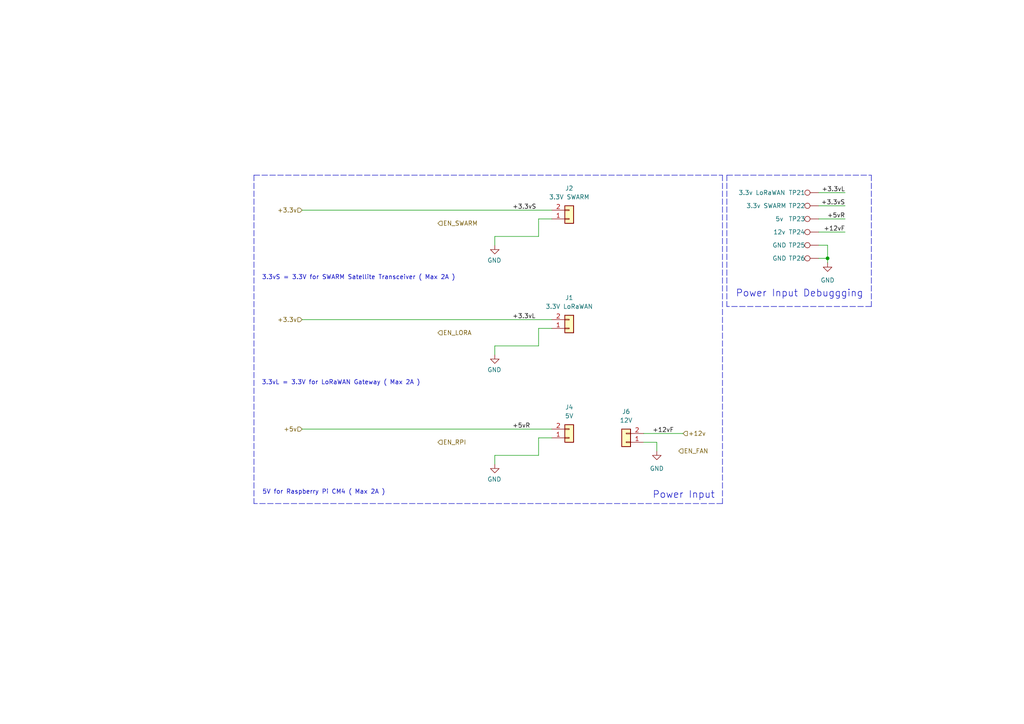
<source format=kicad_sch>
(kicad_sch (version 20211123) (generator eeschema)
  (paper "A4")
  (lib_symbols
    (symbol "Connector:TestPoint" (pin_numbers hide) (pin_names (offset 0.762) hide)
      (property "Reference" "TP" (at 0 6.858 0))
      (property "Value" "TestPoint" (at 0 5.08 0))
      (symbol "TestPoint_0_1"
        (circle (center 0 3.302) (radius 0.762))
      )
      (symbol "TestPoint_1_1"
        (pin passive line (at 0 0 90) (length 2.54) (name "1") (number "1"))
      )
    )
    (symbol "Connector_Generic:Conn_01x02" (pin_names (offset 1.016) hide)
      (property "Reference" "J" (at 0 2.54 0))
      (property "Value" "Conn_01x02" (at 0 -5.08 0))
      (symbol "Conn_01x02_1_1"
        (rectangle (start -1.27 -2.413) (end 0 -2.667) (stroke (width 0.1524)))
        (rectangle (start -1.27 0.127) (end 0 -0.127) (stroke (width 0.1524)))
        (rectangle (start -1.27 1.27) (end 1.27 -3.81) (stroke (width 0.254)) (fill (type background)))
        (pin passive line (at -5.08 0 0) (length 3.81) (name "Pin_1") (number "1"))
        (pin passive line (at -5.08 -2.54 0) (length 3.81) (name "Pin_2") (number "2"))
      )
    )
    (symbol "power:GND" (power) (pin_names (offset 0))
      (property "Value" "GND" (at 0 -3.81 0))
      (symbol "GND_0_1"
        (polyline (pts (xy 0 0) (xy 0 -1.27) (xy 1.27 -1.27) (xy 0 -2.54) (xy -1.27 -1.27) (xy 0 -1.27)))
      )
      (symbol "GND_1_1"
        (pin power_in line (at 0 0 270) (length 0) hide (name "GND") (number "1"))
      )
    )
  )
  (junction (at 240.03 74.93))
  (wire (pts (xy 237.49 59.69) (xy 245.11 59.69)))
  (wire (pts (xy 156.21 95.25) (xy 156.21 100.33)))
  (polyline (pts (xy 73.66 50.8) (xy 73.66 146.05)))
  (wire (pts (xy 160.02 60.96) (xy 87.63 60.96)))
  (wire (pts (xy 156.21 132.08) (xy 143.51 132.08)))
  (wire (pts (xy 160.02 124.46) (xy 87.63 124.46)))
  (polyline (pts (xy 73.66 50.8) (xy 209.55 50.8)))
  (wire (pts (xy 156.21 63.5) (xy 156.21 68.58)))
  (wire (pts (xy 240.03 74.93) (xy 240.03 76.2)))
  (wire (pts (xy 186.69 128.27) (xy 190.5 128.27)))
  (wire (pts (xy 240.03 71.12) (xy 240.03 74.93)))
  (wire (pts (xy 186.69 125.73) (xy 198.12 125.73)))
  (polyline (pts (xy 252.73 50.8) (xy 252.73 88.9)))
  (polyline (pts (xy 210.82 50.8) (xy 210.82 88.9)))
  (wire (pts (xy 143.51 68.58) (xy 143.51 71.12)))
  (wire (pts (xy 237.49 63.5) (xy 245.11 63.5)))
  (wire (pts (xy 237.49 71.12) (xy 240.03 71.12)))
  (wire (pts (xy 160.02 92.71) (xy 87.63 92.71)))
  (polyline (pts (xy 210.82 50.8) (xy 252.73 50.8)))
  (polyline (pts (xy 209.55 146.05) (xy 73.66 146.05)))
  (wire (pts (xy 160.02 127) (xy 156.21 127)))
  (polyline (pts (xy 252.73 88.9) (xy 210.82 88.9)))
  (wire (pts (xy 160.02 95.25) (xy 156.21 95.25)))
  (wire (pts (xy 237.49 67.31) (xy 245.11 67.31)))
  (wire (pts (xy 160.02 63.5) (xy 156.21 63.5)))
  (wire (pts (xy 237.49 74.93) (xy 240.03 74.93)))
  (wire (pts (xy 156.21 68.58) (xy 143.51 68.58)))
  (wire (pts (xy 143.51 132.08) (xy 143.51 134.62)))
  (wire (pts (xy 190.5 128.27) (xy 190.5 130.81)))
  (polyline (pts (xy 209.55 50.8) (xy 209.55 146.05)))
  (wire (pts (xy 156.21 127) (xy 156.21 132.08)))
  (wire (pts (xy 237.49 55.88) (xy 245.11 55.88)))
  (wire (pts (xy 143.51 100.33) (xy 143.51 102.87)))
  (wire (pts (xy 156.21 100.33) (xy 143.51 100.33)))
  (text "3.3vS = 3.3V for SWARM Satellite Transceiver ( Max 2A )" (at 132.08 81.28 180) (effects (font (size 1.27 1.27)) (justify right bottom)))
  (text "5V for Raspberry Pi CM4 ( Max 2A )" (at 111.76 143.51 180) (effects (font (size 1.27 1.27)) (justify right bottom)))
  (text "3.3vL = 3.3V for LoRaWAN Gateway ( Max 2A )" (at 121.92 111.76 180) (effects (font (size 1.27 1.27)) (justify right bottom)))
  (text "Power Input Debuggging" (at 213.36 86.36 0) (effects (font (size 2.0066 2.0066)) (justify left bottom)))
  (text "Power Input" (at 189.23 144.78 0) (effects (font (size 2.0066 2.0066)) (justify left bottom)))
  (label "+3.3vL" (at 245.11 55.88 180))
  (label "+12vF" (at 245.11 67.31 180))
  (label "+5vR" (at 148.59 124.46 0))
  (label "+3.3vS" (at 148.59 60.96 0))
  (label "+3.3vS" (at 245.11 59.69 180))
  (label "+12vF" (at 189.23 125.73 0))
  (label "+3.3vL" (at 148.59 92.71 0))
  (label "+5vR" (at 245.11 63.5 180))
  (hierarchical_label "+5v" (shape input) (at 87.63 124.46 180))
  (hierarchical_label "EN_FAN" (shape input) (at 196.85 130.81 0))
  (hierarchical_label "EN_RPI" (shape input) (at 127 128.27 0))
  (hierarchical_label "EN_LORA" (shape input) (at 127 96.52 0))
  (hierarchical_label "+3.3v" (shape input) (at 87.63 92.71 180))
  (hierarchical_label "+12v" (shape input) (at 198.12 125.73 0))
  (hierarchical_label "EN_SWARM" (shape input) (at 127 64.77 0))
  (hierarchical_label "+3.3v" (shape input) (at 87.63 60.96 180))
  (symbol (lib_id "power:GND") (at 190.5 130.81 0) (unit 1)
    (property "Reference" "#PWR0138" (effects hide))
    (property "Value" "GND" (at 190.5 135.89 0))
  )
  (symbol (lib_id "Connector_Generic:Conn_01x02") (at 165.1 127 0) (mirror x) (unit 1)
    (property "Reference" "J4" (at 165.1 118.11 0))
    (property "Value" "5V" (at 165.1 120.65 0))
    (property "Footprint" "Connector_Wire:SolderWire-0.5sqmm_1x02_P4.8mm_D0.9mm_OD2.3mm" (effects hide))
  )
  (symbol (lib_id "Connector:TestPoint") (at 237.49 55.88 90) (unit 1)
    (property "Reference" "TP21" (at 231.14 55.88 90))
    (property "Value" "3.3v LoRaWAN" (at 220.98 55.88 90))
    (property "Footprint" "TestPoint:TestPoint_Pad_D1.0mm" (effects hide))
  )
  (symbol (lib_id "Connector_Generic:Conn_01x02") (at 165.1 63.5 0) (mirror x) (unit 1)
    (property "Reference" "J2" (at 165.1 54.61 0))
    (property "Value" "3.3V SWARM" (at 165.1 57.15 0))
    (property "Footprint" "Connector_Wire:SolderWire-0.5sqmm_1x02_P4.8mm_D0.9mm_OD2.3mm" (effects hide))
  )
  (symbol (lib_id "Connector:TestPoint") (at 237.49 63.5 90) (unit 1)
    (property "Reference" "TP23" (at 231.14 63.5 90))
    (property "Value" "5v" (at 226.06 63.5 90))
    (property "Footprint" "TestPoint:TestPoint_Pad_D1.0mm" (effects hide))
  )
  (symbol (lib_id "Connector:TestPoint") (at 237.49 74.93 90) (unit 1)
    (property "Reference" "TP26" (at 231.14 74.93 90))
    (property "Value" "GND" (at 226.06 74.93 90))
    (property "Footprint" "TestPoint:TestPoint_Pad_D1.0mm" (effects hide))
  )
  (symbol (lib_id "Connector:TestPoint") (at 237.49 71.12 90) (unit 1)
    (property "Reference" "TP25" (at 231.14 71.12 90))
    (property "Value" "GND" (at 226.06 71.12 90))
    (property "Footprint" "TestPoint:TestPoint_Pad_D1.0mm" (effects hide))
  )
  (symbol (lib_id "Connector_Generic:Conn_01x02") (at 165.1 95.25 0) (mirror x) (unit 1)
    (property "Reference" "J1" (at 165.1 86.36 0))
    (property "Value" "3.3V LoRaWAN" (at 165.1 88.9 0))
    (property "Footprint" "Connector_Wire:SolderWire-0.5sqmm_1x02_P4.8mm_D0.9mm_OD2.3mm" (effects hide))
  )
  (symbol (lib_id "Connector:TestPoint") (at 237.49 59.69 90) (unit 1)
    (property "Reference" "TP22" (at 231.14 59.69 90))
    (property "Value" "3.3v SWARM" (at 222.25 59.69 90))
    (property "Footprint" "TestPoint:TestPoint_Pad_D1.0mm" (effects hide))
  )
  (symbol (lib_id "power:GND") (at 143.51 71.12 0) (mirror y) (unit 1)
    (property "Reference" "#PWR0137" (effects hide))
    (property "Value" "GND" (at 143.383 75.5142 0))
  )
  (symbol (lib_id "power:GND") (at 240.03 76.2 0) (unit 1)
    (property "Reference" "#PWR0136" (effects hide))
    (property "Value" "GND" (at 240.03 81.28 0))
  )
  (symbol (lib_id "power:GND") (at 143.51 102.87 0) (mirror y) (unit 1)
    (property "Reference" "#PWR0134" (effects hide))
    (property "Value" "GND" (at 143.383 107.2642 0))
  )
  (symbol (lib_id "Connector_Generic:Conn_01x02") (at 181.61 128.27 180) (unit 1)
    (property "Reference" "J6" (at 181.61 119.38 0))
    (property "Value" "12V" (at 181.61 121.92 0))
    (property "Footprint" "Connector_Wire:SolderWire-0.5sqmm_1x02_P4.8mm_D0.9mm_OD2.3mm" (effects hide))
  )
  (symbol (lib_id "Connector:TestPoint") (at 237.49 67.31 90) (unit 1)
    (property "Reference" "TP24" (at 231.14 67.31 90))
    (property "Value" "12v" (at 226.06 67.31 90))
    (property "Footprint" "TestPoint:TestPoint_Pad_D1.0mm" (effects hide))
  )
  (symbol (lib_id "power:GND") (at 143.51 134.62 0) (mirror y) (unit 1)
    (property "Reference" "#PWR0139" (effects hide))
    (property "Value" "GND" (at 143.383 139.0142 0))
  )
)
</source>
